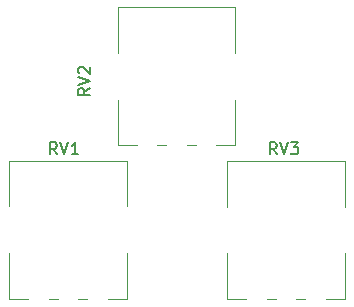
<source format=gbr>
%TF.GenerationSoftware,KiCad,Pcbnew,5.1.10*%
%TF.CreationDate,2021-09-21T18:43:12-07:00*%
%TF.ProjectId,PotBoard,506f7442-6f61-4726-942e-6b696361645f,rev?*%
%TF.SameCoordinates,Original*%
%TF.FileFunction,Legend,Top*%
%TF.FilePolarity,Positive*%
%FSLAX46Y46*%
G04 Gerber Fmt 4.6, Leading zero omitted, Abs format (unit mm)*
G04 Created by KiCad (PCBNEW 5.1.10) date 2021-09-21 18:43:12*
%MOMM*%
%LPD*%
G01*
G04 APERTURE LIST*
%ADD10C,0.120000*%
%ADD11C,0.150000*%
G04 APERTURE END LIST*
D10*
%TO.C,RV3*%
X141676260Y-109104800D02*
X151616260Y-109104800D01*
X150016260Y-120786000D02*
X151616260Y-120786000D01*
X147517260Y-120786000D02*
X148276260Y-120786000D01*
X145017260Y-120786000D02*
X145776260Y-120786000D01*
X141676260Y-120786000D02*
X143275260Y-120786000D01*
X151616260Y-112969800D02*
X151616260Y-109104800D01*
X151616260Y-120786000D02*
X151616260Y-116921000D01*
X141676260Y-112969800D02*
X141676260Y-109104800D01*
X141676260Y-120786000D02*
X141676260Y-116921000D01*
%TO.C,RV2*%
X132395100Y-96102540D02*
X142335100Y-96102540D01*
X140735100Y-107783740D02*
X142335100Y-107783740D01*
X138236100Y-107783740D02*
X138995100Y-107783740D01*
X135736100Y-107783740D02*
X136495100Y-107783740D01*
X132395100Y-107783740D02*
X133994100Y-107783740D01*
X142335100Y-99967540D02*
X142335100Y-96102540D01*
X142335100Y-107783740D02*
X142335100Y-103918740D01*
X132395100Y-99967540D02*
X132395100Y-96102540D01*
X132395100Y-107783740D02*
X132395100Y-103918740D01*
%TO.C,RV1*%
X123200300Y-109069240D02*
X133140300Y-109069240D01*
X131540300Y-120750440D02*
X133140300Y-120750440D01*
X129041300Y-120750440D02*
X129800300Y-120750440D01*
X126541300Y-120750440D02*
X127300300Y-120750440D01*
X123200300Y-120750440D02*
X124799300Y-120750440D01*
X133140300Y-112934240D02*
X133140300Y-109069240D01*
X133140300Y-120750440D02*
X133140300Y-116885440D01*
X123200300Y-112934240D02*
X123200300Y-109069240D01*
X123200300Y-120750440D02*
X123200300Y-116885440D01*
%TO.C,RV3*%
D11*
X145856081Y-108531920D02*
X145522748Y-108055730D01*
X145284653Y-108531920D02*
X145284653Y-107531920D01*
X145665605Y-107531920D01*
X145760843Y-107579540D01*
X145808462Y-107627159D01*
X145856081Y-107722397D01*
X145856081Y-107865254D01*
X145808462Y-107960492D01*
X145760843Y-108008111D01*
X145665605Y-108055730D01*
X145284653Y-108055730D01*
X146141796Y-107531920D02*
X146475129Y-108531920D01*
X146808462Y-107531920D01*
X147046558Y-107531920D02*
X147665605Y-107531920D01*
X147332272Y-107912873D01*
X147475129Y-107912873D01*
X147570367Y-107960492D01*
X147617986Y-108008111D01*
X147665605Y-108103349D01*
X147665605Y-108341444D01*
X147617986Y-108436682D01*
X147570367Y-108484301D01*
X147475129Y-108531920D01*
X147189415Y-108531920D01*
X147094177Y-108484301D01*
X147046558Y-108436682D01*
%TO.C,RV2*%
X130033020Y-102921678D02*
X129556830Y-103255011D01*
X130033020Y-103493106D02*
X129033020Y-103493106D01*
X129033020Y-103112154D01*
X129080640Y-103016916D01*
X129128259Y-102969297D01*
X129223497Y-102921678D01*
X129366354Y-102921678D01*
X129461592Y-102969297D01*
X129509211Y-103016916D01*
X129556830Y-103112154D01*
X129556830Y-103493106D01*
X129033020Y-102635963D02*
X130033020Y-102302630D01*
X129033020Y-101969297D01*
X129128259Y-101683582D02*
X129080640Y-101635963D01*
X129033020Y-101540725D01*
X129033020Y-101302630D01*
X129080640Y-101207392D01*
X129128259Y-101159773D01*
X129223497Y-101112154D01*
X129318735Y-101112154D01*
X129461592Y-101159773D01*
X130033020Y-101731201D01*
X130033020Y-101112154D01*
%TO.C,RV1*%
X127255661Y-108531920D02*
X126922328Y-108055730D01*
X126684233Y-108531920D02*
X126684233Y-107531920D01*
X127065185Y-107531920D01*
X127160423Y-107579540D01*
X127208042Y-107627159D01*
X127255661Y-107722397D01*
X127255661Y-107865254D01*
X127208042Y-107960492D01*
X127160423Y-108008111D01*
X127065185Y-108055730D01*
X126684233Y-108055730D01*
X127541376Y-107531920D02*
X127874709Y-108531920D01*
X128208042Y-107531920D01*
X129065185Y-108531920D02*
X128493757Y-108531920D01*
X128779471Y-108531920D02*
X128779471Y-107531920D01*
X128684233Y-107674778D01*
X128588995Y-107770016D01*
X128493757Y-107817635D01*
%TD*%
M02*

</source>
